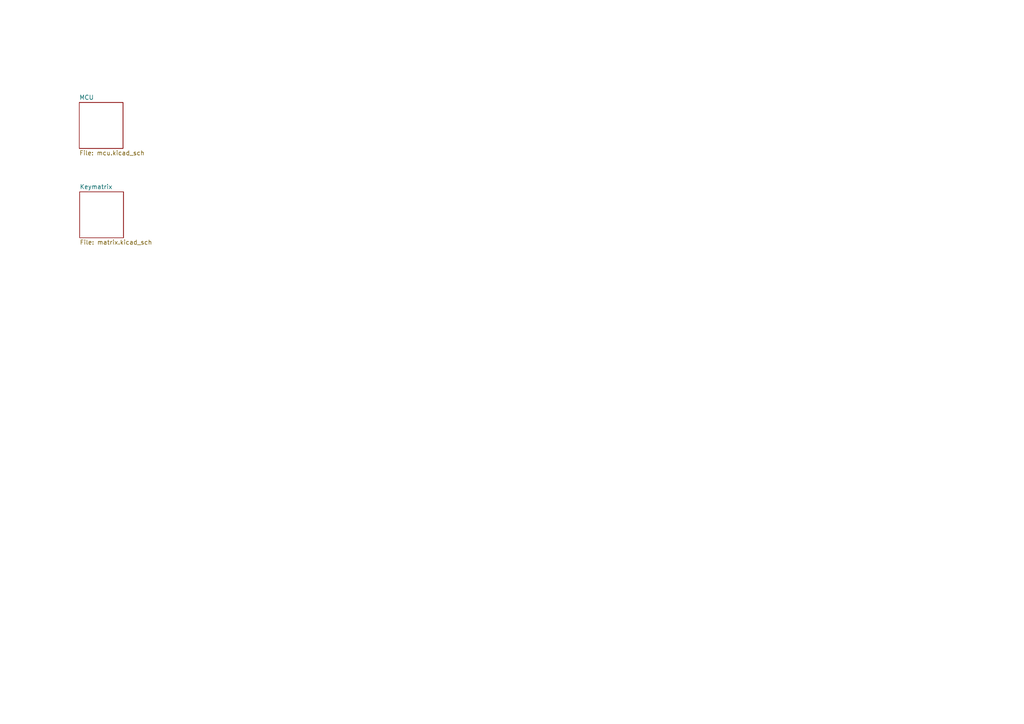
<source format=kicad_sch>
(kicad_sch (version 20230121) (generator eeschema)

  (uuid 9b21488d-0210-4447-84c7-f8804f4fd97e)

  (paper "A4")

  (lib_symbols
  )


  (sheet (at 23.114 55.626) (size 12.7 13.335) (fields_autoplaced)
    (stroke (width 0.1524) (type solid))
    (fill (color 0 0 0 0.0000))
    (uuid 6f0b3b01-5556-4875-9340-ecd5ce29b834)
    (property "Sheetname" "Keymatrix" (at 23.114 54.9144 0)
      (effects (font (size 1.27 1.27)) (justify left bottom))
    )
    (property "Sheetfile" "matrix.kicad_sch" (at 23.114 69.5456 0)
      (effects (font (size 1.27 1.27)) (justify left top))
    )
    (instances
      (project "Macrokey_Atmega32U4"
        (path "/9b21488d-0210-4447-84c7-f8804f4fd97e" (page "3"))
      )
    )
  )

  (sheet (at 22.987 29.718) (size 12.7 13.335) (fields_autoplaced)
    (stroke (width 0.1524) (type solid))
    (fill (color 0 0 0 0.0000))
    (uuid 98d1bd6a-a135-4ebe-b67e-2241079ba1c6)
    (property "Sheetname" "MCU" (at 22.987 29.0064 0)
      (effects (font (size 1.27 1.27)) (justify left bottom))
    )
    (property "Sheetfile" "mcu.kicad_sch" (at 22.987 43.6376 0)
      (effects (font (size 1.27 1.27)) (justify left top))
    )
    (instances
      (project "Macrokey_Atmega32U4"
        (path "/9b21488d-0210-4447-84c7-f8804f4fd97e" (page "2"))
      )
    )
  )

  (sheet_instances
    (path "/" (page "1"))
  )
)

</source>
